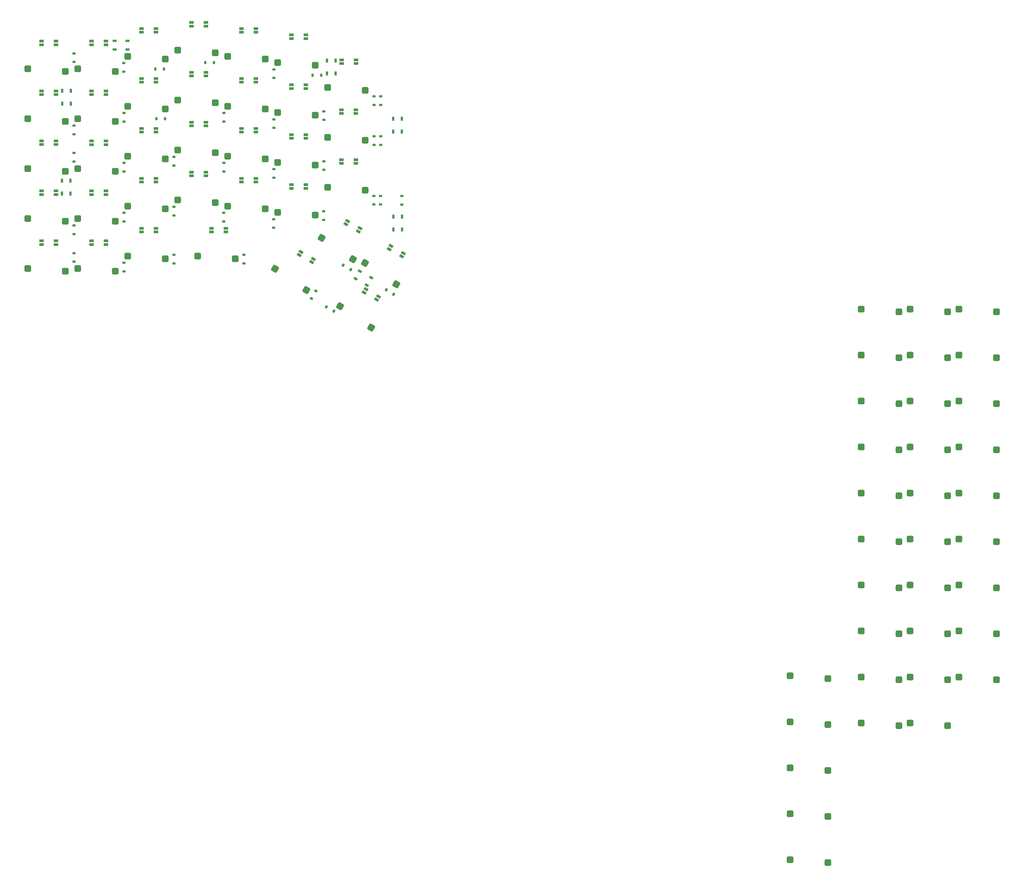
<source format=gbr>
%TF.GenerationSoftware,KiCad,Pcbnew,7.0.8*%
%TF.CreationDate,2024-02-13T23:06:57-05:00*%
%TF.ProjectId,ergothwack,6572676f-7468-4776-9163-6b2e6b696361,rev?*%
%TF.SameCoordinates,Original*%
%TF.FileFunction,Paste,Bot*%
%TF.FilePolarity,Positive*%
%FSLAX46Y46*%
G04 Gerber Fmt 4.6, Leading zero omitted, Abs format (unit mm)*
G04 Created by KiCad (PCBNEW 7.0.8) date 2024-02-13 23:06:57*
%MOMM*%
%LPD*%
G01*
G04 APERTURE LIST*
G04 Aperture macros list*
%AMRoundRect*
0 Rectangle with rounded corners*
0 $1 Rounding radius*
0 $2 $3 $4 $5 $6 $7 $8 $9 X,Y pos of 4 corners*
0 Add a 4 corners polygon primitive as box body*
4,1,4,$2,$3,$4,$5,$6,$7,$8,$9,$2,$3,0*
0 Add four circle primitives for the rounded corners*
1,1,$1+$1,$2,$3*
1,1,$1+$1,$4,$5*
1,1,$1+$1,$6,$7*
1,1,$1+$1,$8,$9*
0 Add four rect primitives between the rounded corners*
20,1,$1+$1,$2,$3,$4,$5,0*
20,1,$1+$1,$4,$5,$6,$7,0*
20,1,$1+$1,$6,$7,$8,$9,0*
20,1,$1+$1,$8,$9,$2,$3,0*%
%AMRotRect*
0 Rectangle, with rotation*
0 The origin of the aperture is its center*
0 $1 length*
0 $2 width*
0 $3 Rotation angle, in degrees counterclockwise*
0 Add horizontal line*
21,1,$1,$2,0,0,$3*%
G04 Aperture macros list end*
%ADD10RoundRect,0.225000X-0.382356X-0.212260X0.007356X-0.437260X0.382356X0.212260X-0.007356X0.437260X0*%
%ADD11RoundRect,0.225000X0.212260X-0.382356X0.437260X0.007356X-0.212260X0.382356X-0.437260X-0.007356X0*%
%ADD12RoundRect,0.225000X0.375000X-0.225000X0.375000X0.225000X-0.375000X0.225000X-0.375000X-0.225000X0*%
%ADD13RoundRect,0.225000X-0.225000X-0.375000X0.225000X-0.375000X0.225000X0.375000X-0.225000X0.375000X0*%
%ADD14R,1.700000X1.000000*%
%ADD15RotRect,1.700000X1.000000X330.000000*%
%ADD16RotRect,1.700000X1.000000X150.000000*%
%ADD17RoundRect,0.500000X-0.750000X-0.775000X0.750000X-0.775000X0.750000X0.775000X-0.750000X0.775000X0*%
%ADD18RotRect,1.500000X0.900000X150.000000*%
%ADD19R,0.900000X1.500000*%
%ADD20R,1.500000X0.900000*%
%ADD21RoundRect,0.500000X-1.037019X-0.296170X0.262019X-1.046170X1.037019X0.296170X-0.262019X1.046170X0*%
G04 APERTURE END LIST*
D10*
%TO.C,L-D38*%
X179371058Y-146875000D03*
X182228942Y-148525000D03*
%TD*%
%TO.C,L-D37*%
X156571058Y-153375000D03*
X159428942Y-155025000D03*
%TD*%
D11*
%TO.C,L-D36*%
X150875000Y-150128942D03*
X152525000Y-147271058D03*
%TD*%
D12*
%TO.C,L-D35*%
X125095000Y-136778000D03*
X125095000Y-133478000D03*
%TD*%
%TO.C,L-D34*%
X98425000Y-133478000D03*
X98425000Y-136778000D03*
%TD*%
%TO.C,L-D33*%
X79375000Y-139826000D03*
X79375000Y-136526000D03*
%TD*%
%TO.C,L-D32*%
X60325000Y-136143000D03*
X60325000Y-132843000D03*
%TD*%
%TO.C,L-D31*%
X185300000Y-114350000D03*
X185300000Y-111050000D03*
%TD*%
D10*
%TO.C,L-D30*%
X162971058Y-137475000D03*
X165828942Y-139125000D03*
%TD*%
D12*
%TO.C,L-D29*%
X155520000Y-120160000D03*
X155520000Y-116860000D03*
%TD*%
%TO.C,L-D28*%
X136490000Y-123189000D03*
X136490000Y-119889000D03*
%TD*%
%TO.C,L-D27*%
X117460000Y-120775000D03*
X117460000Y-117475000D03*
%TD*%
%TO.C,L-D26*%
X98425000Y-115189000D03*
X98425000Y-118489000D03*
%TD*%
%TO.C,L-D25*%
X79375000Y-120775000D03*
X79375000Y-117475000D03*
%TD*%
%TO.C,L-D24*%
X60325000Y-125601000D03*
X60325000Y-122301000D03*
%TD*%
%TO.C,L-D23*%
X177165000Y-110999000D03*
X177165000Y-114299000D03*
%TD*%
%TO.C,L-D22*%
X174625000Y-110999000D03*
X174625000Y-114299000D03*
%TD*%
%TO.C,L-D21*%
X155575000Y-101091000D03*
X155575000Y-97791000D03*
%TD*%
%TO.C,L-D20*%
X136525000Y-104138000D03*
X136525000Y-100838000D03*
%TD*%
%TO.C,L-D19*%
X117475000Y-101725000D03*
X117475000Y-98425000D03*
%TD*%
%TO.C,L-D18*%
X98425000Y-99440000D03*
X98425000Y-96140000D03*
%TD*%
%TO.C,L-D17*%
X79375000Y-101726000D03*
X79375000Y-98426000D03*
%TD*%
%TO.C,L-D16*%
X60325000Y-97917000D03*
X60325000Y-94617000D03*
%TD*%
%TO.C,L-D15*%
X177292000Y-91567000D03*
X177292000Y-88267000D03*
%TD*%
%TO.C,L-D14*%
X174752000Y-88266000D03*
X174752000Y-91566000D03*
%TD*%
%TO.C,L-D13*%
X155575000Y-82041000D03*
X155575000Y-78741000D03*
%TD*%
%TO.C,L-D12*%
X136525000Y-85089000D03*
X136525000Y-81789000D03*
%TD*%
%TO.C,L-D11*%
X117475000Y-82676000D03*
X117475000Y-79376000D03*
%TD*%
D13*
%TO.C,L-D10*%
X91750000Y-81600000D03*
X95050000Y-81600000D03*
%TD*%
D12*
%TO.C,L-D9*%
X79375000Y-82676000D03*
X79375000Y-79376000D03*
%TD*%
%TO.C,L-D8*%
X60325000Y-87502000D03*
X60325000Y-84202000D03*
%TD*%
%TO.C,L-D7*%
X177292000Y-76327000D03*
X177292000Y-73027000D03*
%TD*%
%TO.C,L-D6*%
X174752000Y-73026000D03*
X174752000Y-76326000D03*
%TD*%
D13*
%TO.C,L-D5*%
X151259000Y-64960000D03*
X154559000Y-64960000D03*
%TD*%
D12*
%TO.C,L-D4*%
X136525000Y-66039000D03*
X136525000Y-62739000D03*
%TD*%
D13*
%TO.C,L-D3*%
X110364000Y-60198000D03*
X113664000Y-60198000D03*
%TD*%
%TO.C,L-D2*%
X94614000Y-62590000D03*
X91314000Y-62590000D03*
%TD*%
D12*
%TO.C,L-D1*%
X79360000Y-63626000D03*
X79360000Y-60326000D03*
%TD*%
%TO.C,L-D0*%
X60325000Y-56643000D03*
X60325000Y-59943000D03*
%TD*%
D14*
%TO.C,L-K-LED13*%
X148780000Y-70040000D03*
X148780000Y-68640000D03*
X143280000Y-68640000D03*
X143280000Y-70040000D03*
%TD*%
%TO.C,L-K-LED0*%
X48030000Y-51950000D03*
X48030000Y-53350000D03*
X53530000Y-53350000D03*
X53530000Y-51950000D03*
%TD*%
D15*
%TO.C,L-K-LED38*%
X185251570Y-134081218D03*
X185951570Y-132868782D03*
X181188430Y-130118782D03*
X180488430Y-131331218D03*
%TD*%
D16*
%TO.C,L-K-LED37*%
X171648430Y-146628782D03*
X170948430Y-147841218D03*
X175711570Y-150591218D03*
X176411570Y-149378782D03*
%TD*%
%TO.C,L-K-LED36*%
X146868430Y-132338782D03*
X146168430Y-133551218D03*
X150931570Y-136301218D03*
X151631570Y-135088782D03*
%TD*%
D14*
%TO.C,L-K-LED35*%
X112800000Y-123390000D03*
X112800000Y-124790000D03*
X118300000Y-124790000D03*
X118300000Y-123390000D03*
%TD*%
%TO.C,L-K-LED34*%
X86130000Y-123390000D03*
X86130000Y-124790000D03*
X91630000Y-124790000D03*
X91630000Y-123390000D03*
%TD*%
%TO.C,L-K-LED33*%
X67080000Y-128150000D03*
X67080000Y-129550000D03*
X72580000Y-129550000D03*
X72580000Y-128150000D03*
%TD*%
%TO.C,L-K-LED32*%
X48030000Y-128150000D03*
X48030000Y-129550000D03*
X53530000Y-129550000D03*
X53530000Y-128150000D03*
%TD*%
D15*
%TO.C,L-K-LED30*%
X168741570Y-124551218D03*
X169441570Y-123338782D03*
X164678430Y-120588782D03*
X163978430Y-121801218D03*
%TD*%
D14*
%TO.C,L-K-LED29*%
X148780000Y-108140000D03*
X148780000Y-106740000D03*
X143280000Y-106740000D03*
X143280000Y-108140000D03*
%TD*%
%TO.C,L-K-LED28*%
X124230000Y-105730000D03*
X124230000Y-104330000D03*
X129730000Y-104330000D03*
X129730000Y-105730000D03*
%TD*%
%TO.C,L-K-LED27*%
X105180000Y-103370000D03*
X105180000Y-101970000D03*
X110680000Y-101970000D03*
X110680000Y-103370000D03*
%TD*%
%TO.C,L-K-LED26*%
X91630000Y-105740000D03*
X91630000Y-104340000D03*
X86130000Y-104340000D03*
X86130000Y-105740000D03*
%TD*%
%TO.C,L-K-LED25*%
X72580000Y-110500000D03*
X72580000Y-109100000D03*
X67080000Y-109100000D03*
X67080000Y-110500000D03*
%TD*%
%TO.C,L-K-LED24*%
X53530000Y-110500000D03*
X53530000Y-109100000D03*
X48030000Y-109100000D03*
X48030000Y-110500000D03*
%TD*%
%TO.C,L-K-LED22*%
X162330000Y-97200000D03*
X162330000Y-98600000D03*
X167830000Y-98600000D03*
X167830000Y-97200000D03*
%TD*%
%TO.C,L-K-LED21*%
X143280000Y-87670000D03*
X143280000Y-89070000D03*
X148780000Y-89070000D03*
X148780000Y-87670000D03*
%TD*%
%TO.C,L-K-LED20*%
X124230000Y-85280000D03*
X124230000Y-86680000D03*
X129730000Y-86680000D03*
X129730000Y-85280000D03*
%TD*%
%TO.C,L-K-LED19*%
X105180000Y-82900000D03*
X105180000Y-84300000D03*
X110680000Y-84300000D03*
X110680000Y-82900000D03*
%TD*%
%TO.C,L-K-LED18*%
X86130000Y-85290000D03*
X86130000Y-86690000D03*
X91630000Y-86690000D03*
X91630000Y-85290000D03*
%TD*%
%TO.C,L-K-LED17*%
X67080000Y-90050000D03*
X67080000Y-91450000D03*
X72580000Y-91450000D03*
X72580000Y-90050000D03*
%TD*%
%TO.C,L-K-LED16*%
X48030000Y-90040000D03*
X48030000Y-91440000D03*
X53530000Y-91440000D03*
X53530000Y-90040000D03*
%TD*%
%TO.C,L-K-LED14*%
X167830000Y-79560000D03*
X167830000Y-78160000D03*
X162330000Y-78160000D03*
X162330000Y-79560000D03*
%TD*%
%TO.C,L-K-LED12*%
X129730000Y-67630000D03*
X129730000Y-66230000D03*
X124230000Y-66230000D03*
X124230000Y-67630000D03*
%TD*%
%TO.C,L-K-LED11*%
X110680000Y-65270000D03*
X110680000Y-63870000D03*
X105180000Y-63870000D03*
X105180000Y-65270000D03*
%TD*%
%TO.C,L-K-LED10*%
X91630000Y-67640000D03*
X91630000Y-66240000D03*
X86130000Y-66240000D03*
X86130000Y-67640000D03*
%TD*%
%TO.C,L-K-LED9*%
X67080000Y-72390000D03*
X67080000Y-70990000D03*
X72580000Y-70990000D03*
X72580000Y-72390000D03*
%TD*%
%TO.C,L-K-LED8*%
X53530000Y-72390000D03*
X53530000Y-70990000D03*
X48030000Y-70990000D03*
X48030000Y-72390000D03*
%TD*%
%TO.C,L-K-LED6*%
X162340000Y-59100000D03*
X162340000Y-60500000D03*
X167840000Y-60500000D03*
X167840000Y-59100000D03*
%TD*%
%TO.C,L-K-LED5*%
X143280000Y-49580000D03*
X143280000Y-50980000D03*
X148780000Y-50980000D03*
X148780000Y-49580000D03*
%TD*%
%TO.C,L-K-LED4*%
X124230000Y-47180000D03*
X124230000Y-48580000D03*
X129730000Y-48580000D03*
X129730000Y-47180000D03*
%TD*%
%TO.C,L-K-LED3*%
X105180000Y-44830000D03*
X105180000Y-46230000D03*
X110680000Y-46230000D03*
X110680000Y-44830000D03*
%TD*%
%TO.C,L-K-LED2*%
X86130000Y-47180000D03*
X86130000Y-48580000D03*
X91630000Y-48580000D03*
X91630000Y-47180000D03*
%TD*%
%TO.C,L-K-LED1*%
X67080000Y-51950000D03*
X67080000Y-53350000D03*
X72580000Y-53350000D03*
X72580000Y-51950000D03*
%TD*%
D17*
%TO.C,R-SW36*%
X397630000Y-294580000D03*
X411980000Y-295630000D03*
%TD*%
%TO.C,R-SW35*%
X397630000Y-277030000D03*
X411980000Y-278080000D03*
%TD*%
%TO.C,R-SW34*%
X397630000Y-259480000D03*
X411980000Y-260530000D03*
%TD*%
%TO.C,R-SW33*%
X397630000Y-241930000D03*
X411980000Y-242980000D03*
%TD*%
%TO.C,R-SW32*%
X397630000Y-224380000D03*
X411980000Y-225430000D03*
%TD*%
%TO.C,R-SW31*%
X397630000Y-206830000D03*
X411980000Y-207880000D03*
%TD*%
%TO.C,R-SW30*%
X397630000Y-189280000D03*
X411980000Y-190330000D03*
%TD*%
%TO.C,R-SW29*%
X397630000Y-171730000D03*
X411980000Y-172780000D03*
%TD*%
%TO.C,R-SW28*%
X397630000Y-154180000D03*
X411980000Y-155230000D03*
%TD*%
%TO.C,R-SW27*%
X379030000Y-312130000D03*
X393380000Y-313180000D03*
%TD*%
%TO.C,R-SW26*%
X379030000Y-294580000D03*
X393380000Y-295630000D03*
%TD*%
%TO.C,R-SW25*%
X379030000Y-277030000D03*
X393380000Y-278080000D03*
%TD*%
%TO.C,R-SW24*%
X379030000Y-259480000D03*
X393380000Y-260530000D03*
%TD*%
%TO.C,R-SW23*%
X379030000Y-241930000D03*
X393380000Y-242980000D03*
%TD*%
%TO.C,R-SW22*%
X379030000Y-224380000D03*
X393380000Y-225430000D03*
%TD*%
%TO.C,R-SW21*%
X379030000Y-206830000D03*
X393380000Y-207880000D03*
%TD*%
%TO.C,R-SW20*%
X379030000Y-189280000D03*
X393380000Y-190330000D03*
%TD*%
%TO.C,R-SW19*%
X379030000Y-171730000D03*
X393380000Y-172780000D03*
%TD*%
%TO.C,R-SW18*%
X379030000Y-154180000D03*
X393380000Y-155230000D03*
%TD*%
%TO.C,R-SW17*%
X360430000Y-312130000D03*
X374780000Y-313180000D03*
%TD*%
%TO.C,R-SW16*%
X360430000Y-294580000D03*
X374780000Y-295630000D03*
%TD*%
%TO.C,R-SW14*%
X360430000Y-277030000D03*
X374780000Y-278080000D03*
%TD*%
%TO.C,R-SW13*%
X360430000Y-259480000D03*
X374780000Y-260530000D03*
%TD*%
%TO.C,R-SW12*%
X360430000Y-241930000D03*
X374780000Y-242980000D03*
%TD*%
%TO.C,R-SW11*%
X360430000Y-224380000D03*
X374780000Y-225430000D03*
%TD*%
%TO.C,R-SW10*%
X360430000Y-206830000D03*
X374780000Y-207880000D03*
%TD*%
%TO.C,R-SW9*%
X360430000Y-189280000D03*
X374780000Y-190330000D03*
%TD*%
%TO.C,R-SW7*%
X360430000Y-171730000D03*
X374780000Y-172780000D03*
%TD*%
%TO.C,R-SW6*%
X360430000Y-154180000D03*
X374780000Y-155230000D03*
%TD*%
%TO.C,R-SW5*%
X333330000Y-364310000D03*
X347680000Y-365360000D03*
%TD*%
%TO.C,R-SW4*%
X333330000Y-346760000D03*
X347680000Y-347810000D03*
%TD*%
%TO.C,R-SW3*%
X333330000Y-329210000D03*
X347680000Y-330260000D03*
%TD*%
%TO.C,R-SW2*%
X333330000Y-311660000D03*
X347680000Y-312710000D03*
%TD*%
%TO.C,R-SW1*%
X333330000Y-294110000D03*
X347680000Y-295160000D03*
%TD*%
D18*
%TO.C,L-UG-LED6*%
X169353238Y-139766058D03*
X167703238Y-142623942D03*
X171946762Y-145073942D03*
X173596762Y-142216058D03*
%TD*%
D19*
%TO.C,L-UG-LED5*%
X185420000Y-118910000D03*
X182120000Y-118910000D03*
X182120000Y-123810000D03*
X185420000Y-123810000D03*
%TD*%
%TO.C,L-UG-LED4*%
X181990000Y-81590000D03*
X185290000Y-81590000D03*
X185290000Y-86490000D03*
X181990000Y-86490000D03*
%TD*%
%TO.C,L-UG-LED3*%
X156810000Y-59430000D03*
X160110000Y-59430000D03*
X160110000Y-64330000D03*
X156810000Y-64330000D03*
%TD*%
D20*
%TO.C,L-UG-LED2*%
X80790000Y-51840000D03*
X80790000Y-55140000D03*
X75890000Y-55140000D03*
X75890000Y-51840000D03*
%TD*%
D19*
%TO.C,L-UG-LED1*%
X55840000Y-70900000D03*
X59140000Y-70900000D03*
X59140000Y-75800000D03*
X55840000Y-75800000D03*
%TD*%
%TO.C,L-UG-LED0*%
X55740000Y-105210000D03*
X59040000Y-105210000D03*
X59040000Y-110110000D03*
X55740000Y-110110000D03*
%TD*%
D21*
%TO.C,L-SW38*%
X171286845Y-136612819D03*
X183189309Y-144697146D03*
%TD*%
%TO.C,L-SW37*%
X161746845Y-153122819D03*
X173649309Y-161207146D03*
%TD*%
%TO.C,L-SW36*%
X136976845Y-138822819D03*
X148879309Y-146907146D03*
%TD*%
D17*
%TO.C,L-SW35*%
X121825000Y-135010000D03*
X107475000Y-133960000D03*
%TD*%
%TO.C,L-SW34*%
X80805000Y-133960000D03*
X95155000Y-135010000D03*
%TD*%
%TO.C,L-SW33*%
X61765000Y-138720000D03*
X76115000Y-139770000D03*
%TD*%
%TO.C,L-SW32*%
X57055000Y-139770000D03*
X42705000Y-138720000D03*
%TD*%
D21*
%TO.C,L-SW30*%
X154776845Y-127082819D03*
X166679309Y-135167146D03*
%TD*%
D17*
%TO.C,L-SW29*%
X152305000Y-118360000D03*
X137955000Y-117310000D03*
%TD*%
%TO.C,L-SW28*%
X133255000Y-115960000D03*
X118905000Y-114910000D03*
%TD*%
%TO.C,L-SW27*%
X99855000Y-112550000D03*
X114205000Y-113600000D03*
%TD*%
%TO.C,L-SW26*%
X80805000Y-114910000D03*
X95155000Y-115960000D03*
%TD*%
%TO.C,L-SW25*%
X61765000Y-119670000D03*
X76115000Y-120720000D03*
%TD*%
%TO.C,L-SW24*%
X57055000Y-120720000D03*
X42705000Y-119670000D03*
%TD*%
%TO.C,L-SW22*%
X171355000Y-108830000D03*
X157005000Y-107780000D03*
%TD*%
%TO.C,L-SW21*%
X137955000Y-98250000D03*
X152305000Y-99300000D03*
%TD*%
%TO.C,L-SW20*%
X133255000Y-96910000D03*
X118905000Y-95860000D03*
%TD*%
%TO.C,L-SW19*%
X114205000Y-94530000D03*
X99855000Y-93480000D03*
%TD*%
%TO.C,L-SW18*%
X95155000Y-96910000D03*
X80805000Y-95860000D03*
%TD*%
%TO.C,L-SW17*%
X61755000Y-100620000D03*
X76105000Y-101670000D03*
%TD*%
%TO.C,L-SW16*%
X42715000Y-100610000D03*
X57065000Y-101660000D03*
%TD*%
%TO.C,L-SW14*%
X157015000Y-88730000D03*
X171365000Y-89780000D03*
%TD*%
%TO.C,L-SW13*%
X152305000Y-80260000D03*
X137955000Y-79210000D03*
%TD*%
%TO.C,L-SW12*%
X118905000Y-76810000D03*
X133255000Y-77860000D03*
%TD*%
%TO.C,L-SW11*%
X114215000Y-75500000D03*
X99865000Y-74450000D03*
%TD*%
%TO.C,L-SW10*%
X95155000Y-77860000D03*
X80805000Y-76810000D03*
%TD*%
%TO.C,L-SW9*%
X76105000Y-82620000D03*
X61755000Y-81570000D03*
%TD*%
%TO.C,L-SW8*%
X42715000Y-81570000D03*
X57065000Y-82620000D03*
%TD*%
%TO.C,L-SW6*%
X157005000Y-69680000D03*
X171355000Y-70730000D03*
%TD*%
%TO.C,L-SW5*%
X137955000Y-60160000D03*
X152305000Y-61210000D03*
%TD*%
%TO.C,L-SW4*%
X118915000Y-57760000D03*
X133265000Y-58810000D03*
%TD*%
%TO.C,L-SW3*%
X99855000Y-55400000D03*
X114205000Y-56450000D03*
%TD*%
%TO.C,L-SW2*%
X80815000Y-57760000D03*
X95165000Y-58810000D03*
%TD*%
%TO.C,L-SW1*%
X61755000Y-62520000D03*
X76105000Y-63570000D03*
%TD*%
%TO.C,L-SW0*%
X57055000Y-63570000D03*
X42705000Y-62520000D03*
%TD*%
M02*

</source>
